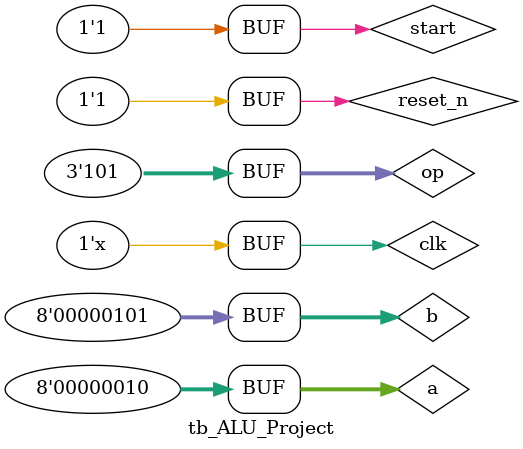
<source format=v>
module tb_ALU_Project;
reg  start,  clk, reset_n;
reg [2:0] op;
reg [7:0] a, b;
wire done;
wire [15:0] result;
ALU_Project alu_dut ( start,  clk, reset_n, op, a, b, done, result);
initial 
begin
clk = 1'b0; start = 1'b1; reset_n = 1'b0; op = 3'b000; a = 8'd2; b = 8'd5;
#100	 reset_n = 1'b1; op = 3'b000; a = 8'd2; b = 8'd5;
#100	 op = 3'b001; a = 8'd2; b = 8'd5;
#100	 op = 3'b010; a = 8'd2; b = 8'd5;
#100	 op = 3'b011; a = 8'd2; b = 8'd5;
#100	 op = 3'b100; a = 8'd2; b = 8'd5;
#100	 op = 3'b101; a = 8'd2; b = 8'd5;
end
always
#50 clk = !clk;
endmodule

</source>
